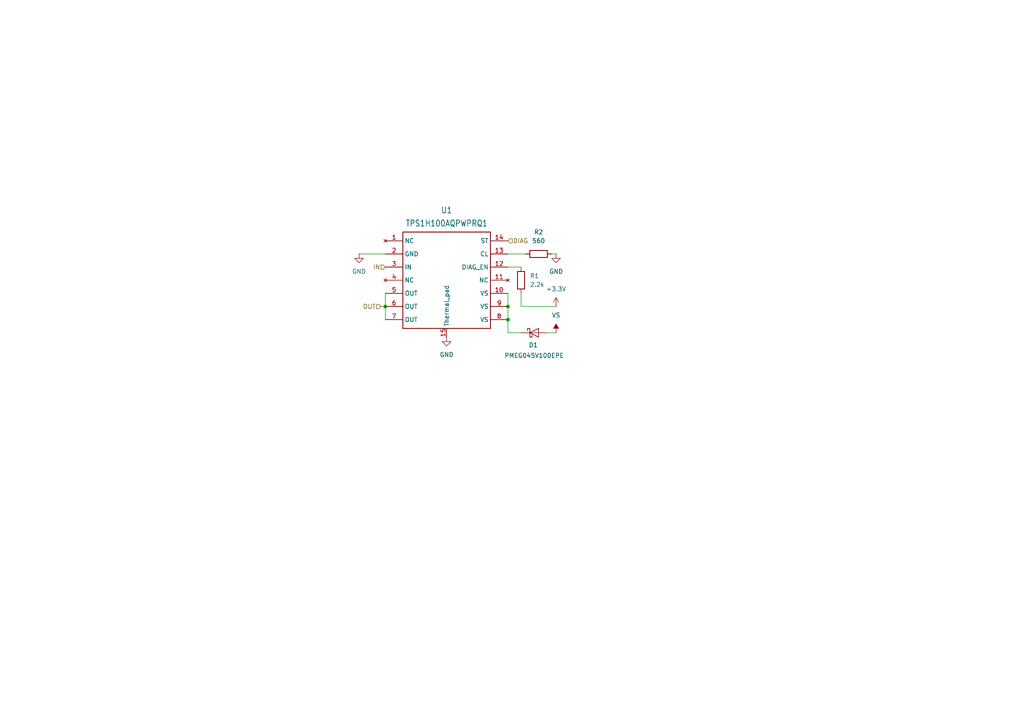
<source format=kicad_sch>
(kicad_sch (version 20231120) (generator "eeschema") (generator_version "8.0")
  (paper "A4")
  (lib_symbols
    (symbol "Device:R" (pin_numbers hide) (pin_names (offset 0))
      (property "Reference" "R" (at 2.032 0 90))
      (property "Value" "R" (at 0 0 90))
      (symbol "R_0_1"
        (rectangle (start -1.016 -2.54) (end 1.016 2.54) (stroke (width 0.254)))
      )
      (symbol "R_1_1"
        (pin passive line (at 0 3.81 270) (length 1.27) (name "~") (number "1"))
        (pin passive line (at 0 -3.81 90) (length 1.27) (name "~") (number "2"))
      )
    )
    (symbol "Diode:PMEG045T100EPD" (pin_numbers hide) (pin_names hide)
      (property "Reference" "D" (at 0 2.54 0))
      (property "Value" "PMEG045T100EPD" (at 0 -2.54 0))
      (symbol "PMEG045T100EPD_0_1"
        (polyline (pts (xy 1.27 0) (xy -1.27 0)))
        (polyline (pts (xy 1.27 1.27) (xy 1.27 -1.27) (xy -1.27 0) (xy 1.27 1.27)) (stroke (width 0.2032)))
        (polyline (pts (xy -1.905 0.635) (xy -1.905 1.27) (xy -1.27 1.27) (xy -1.27 -1.27) (xy -0.635 -1.27) (xy -0.635 -0.635)) (stroke (width 0.2032)))
      )
      (symbol "PMEG045T100EPD_1_1"
        (pin passive line (at 3.81 0 180) (length 2.54) (name "A") (number "1"))
        (pin passive line (at 3.81 0 180) (length 2.54) hide (name "A") (number "2"))
        (pin passive line (at -3.81 0 0) (length 2.54) (name "K") (number "3"))
      )
    )
    (symbol "ESP32-PDM:TPS1H100AQPWPRQ1"
      (property "Reference" "U" (at -12.192 24.13 0))
      (property "Value" "TPS1H100AQPWPRQ1" (at -12.446 -8.128 0))
      (symbol "TPS1H100AQPWPRQ1_1_0"
        (polyline (pts (xy -12.7 -5.08) (xy -12.7 22.86)) (stroke (width 0.254)))
        (polyline (pts (xy -12.7 22.86) (xy 12.7 22.86)) (stroke (width 0.254)))
        (polyline (pts (xy 12.7 -5.08) (xy -12.7 -5.08)) (stroke (width 0.254)))
        (polyline (pts (xy 12.7 22.86) (xy 12.7 -5.08)) (stroke (width 0.254)))
        (pin power_in line (at 17.78 5.08 180) (length 5.08) (name "VS") (number "10"))
        (pin no_connect line (at 17.78 8.89 180) (length 5.08) (name "NC") (number "11"))
        (pin input line (at 17.78 12.7 180) (length 5.08) (name "DIAG_EN") (number "12"))
        (pin input line (at 17.78 16.51 180) (length 5.08) (name "CL") (number "13"))
        (pin input line (at 17.78 20.32 180) (length 5.08) (name "ST") (number "14"))
        (pin input line (at -17.78 12.7 0) (length 5.08) (name "IN") (number "3"))
        (pin power_out line (at -17.78 5.08 0) (length 5.08) (name "OUT") (number "5"))
        (pin power_out line (at -17.78 1.27 0) (length 5.08) (name "OUT") (number "6"))
        (pin power_out line (at -17.78 -2.54 0) (length 5.08) (name "OUT") (number "7"))
        (pin power_in line (at 17.78 -2.54 180) (length 5.08) (name "VS") (number "8"))
        (pin power_in line (at 17.78 1.27 180) (length 5.08) (name "VS") (number "9"))
      )
      (symbol "TPS1H100AQPWPRQ1_1_1"
        (pin no_connect line (at -17.78 20.32 0) (length 5.08) (name "NC") (number "1"))
        (pin passive line (at 0 -7.62 90) (length 2.54) (name "Thermal_pad") (number "15"))
        (pin power_in line (at -17.78 16.51 0) (length 5.08) (name "GND") (number "2"))
        (pin no_connect line (at -17.78 8.89 0) (length 5.08) (name "NC") (number "4"))
      )
    )
    (symbol "power:+3.3V" (power) (pin_numbers hide) (pin_names (offset 0) hide)
      (property "Value" "+3.3V" (at 0 3.556 0))
      (symbol "+3.3V_0_1"
        (polyline (pts (xy -0.762 1.27) (xy 0 2.54)))
        (polyline (pts (xy 0 0) (xy 0 2.54)))
        (polyline (pts (xy 0 2.54) (xy 0.762 1.27)))
      )
      (symbol "+3.3V_1_1"
        (pin power_in line (at 0 0 90) (length 0) (name "~") (number "1"))
      )
    )
    (symbol "power:GND" (power) (pin_numbers hide) (pin_names (offset 0) hide)
      (property "Value" "GND" (at 0 -3.81 0))
      (symbol "GND_0_1"
        (polyline (pts (xy 0 0) (xy 0 -1.27) (xy 1.27 -1.27) (xy 0 -2.54) (xy -1.27 -1.27) (xy 0 -1.27)))
      )
      (symbol "GND_1_1"
        (pin power_in line (at 0 0 270) (length 0) (name "~") (number "1"))
      )
    )
    (symbol "power:VS" (power) (pin_numbers hide) (pin_names (offset 0) hide)
      (property "Value" "VS" (at 0 3.556 0))
      (symbol "VS_0_1"
        (polyline (pts (xy 0 0) (xy 0 2.54)))
        (polyline (pts (xy 0.762 1.27) (xy -0.762 1.27) (xy 0 2.54) (xy 0.762 1.27)) (fill (type outline)))
      )
      (symbol "VS_1_1"
        (pin power_in line (at 0 0 90) (length 0) (name "~") (number "1"))
      )
    )
  )
  (junction (at 147.32 92.71))
  (junction (at 111.76 88.9))
  (junction (at 147.32 88.9))
  (wire (pts (xy 151.13 85.09) (xy 151.13 88.9)))
  (wire (pts (xy 147.32 85.09) (xy 147.32 88.9)))
  (wire (pts (xy 111.76 88.9) (xy 111.76 92.71)))
  (wire (pts (xy 147.32 73.66) (xy 152.4 73.66)))
  (wire (pts (xy 151.13 96.52) (xy 147.32 96.52)))
  (wire (pts (xy 147.32 77.47) (xy 151.13 77.47)))
  (wire (pts (xy 147.32 96.52) (xy 147.32 92.71)))
  (wire (pts (xy 151.13 88.9) (xy 161.29 88.9)))
  (wire (pts (xy 158.75 96.52) (xy 161.29 96.52)))
  (wire (pts (xy 110.49 88.9) (xy 111.76 88.9)))
  (wire (pts (xy 111.76 85.09) (xy 111.76 88.9)))
  (wire (pts (xy 104.14 73.66) (xy 111.76 73.66)))
  (wire (pts (xy 161.29 73.66) (xy 160.02 73.66)))
  (wire (pts (xy 147.32 92.71) (xy 147.32 88.9)))
  (hierarchical_label "OUT" (shape input) (at 110.49 88.9 180))
  (hierarchical_label "DIAG" (shape input) (at 147.32 69.85 0))
  (hierarchical_label "IN" (shape input) (at 111.76 77.47 180))
  (symbol (lib_id "power:GND") (at 104.14 73.66 0) (unit 1)
    (property "Reference" "#PWR025" (effects (hide yes)))
    (property "Value" "GND" (at 104.14 78.74 0))
    (property "Description" "Power symbol creates a global label with name \"GND\" , ground" (effects (hide yes)))
    (instances (project "ESP32-PDM" (path "" (reference "#PWR025") (unit 1)) (path "" (reference "#PWR06") (unit 1)) (path "" (reference "#PWR018") (unit 1)) (path "" (reference "#PWR012") (unit 1))))
  )
  (symbol (lib_id "Device:R") (at 151.13 81.28 0) (unit 1)
    (property "Reference" "R1" (at 153.67 80.0099 0) (effects (justify left)))
    (property "Value" "2.2k" (at 153.67 82.5499 0) (effects (justify left)))
    (property "Footprint" "Resistor_SMD:R_0402_1005Metric" (effects (hide yes)))
    (property "Description" "Resistor" (effects (hide yes)))
    (instances (project "ESP32-PDM" (path "" (reference "R1") (unit 1)) (path "" (reference "R3") (unit 1)) (path "" (reference "R7") (unit 1)) (path "" (reference "R5") (unit 1))))
  )
  (symbol (lib_id "power:GND") (at 129.54 97.79 0) (unit 1)
    (property "Reference" "#PWR026" (effects (hide yes)))
    (property "Value" "GND" (at 129.54 102.87 0))
    (property "Description" "Power symbol creates a global label with name \"GND\" , ground" (effects (hide yes)))
    (instances (project "ESP32-PDM" (path "" (reference "#PWR026") (unit 1)) (path "" (reference "#PWR07") (unit 1)) (path "" (reference "#PWR020") (unit 1)) (path "" (reference "#PWR014") (unit 1))))
  )
  (symbol (lib_id "Device:R") (at 156.21 73.66 90) (unit 1)
    (property "Reference" "R2" (at 156.21 67.31 90))
    (property "Value" "560" (at 156.21 69.85 90))
    (property "Footprint" "Resistor_SMD:R_0402_1005Metric" (effects (hide yes)))
    (property "Description" "Resistor" (effects (hide yes)))
    (instances (project "ESP32-PDM" (path "" (reference "R2") (unit 1)) (path "" (reference "R4") (unit 1)) (path "" (reference "R8") (unit 1)) (path "" (reference "R6") (unit 1))))
  )
  (symbol (lib_id "ESP32-PDM:TPS1H100AQPWPRQ1") (at 129.54 90.17 0) (unit 1)
    (property "Reference" "U1" (at 129.54 60.96 0) (effects (font (size 1.778 1.5113))))
    (property "Value" "TPS1H100AQPWPRQ1" (at 129.54 64.77 0) (effects (font (size 1.778 1.5113))))
    (property "Footprint" "ESP32-PDM:IC_TPS27S100BPWPR" (effects (hide yes)))
    (property "Datasheet" "https://www.ti.com/lit/ds/symlink/tps1h100-q1.pdf" (effects (hide yes)))
    (instances (project "ESP32-PDM" (path "" (reference "U1") (unit 1)) (path "" (reference "U2") (unit 1)) (path "" (reference "U4") (unit 1)) (path "" (reference "U3") (unit 1))))
  )
  (symbol (lib_id "power:VS") (at 161.29 96.52 0) (unit 1)
    (property "Reference" "#PWR029" (effects (hide yes)))
    (property "Value" "VS" (at 161.29 91.44 0))
    (property "Description" "Power symbol creates a global label with name \"VS\"" (effects (hide yes)))
    (instances (project "ESP32-PDM" (path "" (reference "#PWR029") (unit 1)) (path "" (reference "#PWR011") (unit 1)) (path "" (reference "#PWR023") (unit 1)) (path "" (reference "#PWR017") (unit 1))))
  )
  (symbol (lib_id "power:+3.3V") (at 161.29 88.9 0) (mirror y) (unit 1)
    (property "Reference" "#PWR028" (effects (hide yes)))
    (property "Value" "+3.3V" (at 161.29 83.82 0))
    (property "Description" "Power symbol creates a global label with name \"+3.3V\"" (effects (hide yes)))
    (instances (project "ESP32-PDM" (path "" (reference "#PWR028") (unit 1)) (path "" (reference "#PWR010") (unit 1)) (path "" (reference "#PWR022") (unit 1)) (path "" (reference "#PWR016") (unit 1))))
  )
  (symbol (lib_id "power:GND") (at 161.29 73.66 0) (unit 1)
    (property "Reference" "#PWR027" (effects (hide yes)))
    (property "Value" "GND" (at 161.29 78.74 0))
    (property "Description" "Power symbol creates a global label with name \"GND\" , ground" (effects (hide yes)))
    (instances (project "ESP32-PDM" (path "" (reference "#PWR027") (unit 1)) (path "" (reference "#PWR08") (unit 1)) (path "" (reference "#PWR021") (unit 1)) (path "" (reference "#PWR015") (unit 1))))
  )
  (symbol (lib_id "Diode:PMEG045T100EPD") (at 154.94 96.52 0) (unit 1)
    (property "Reference" "D1" (at 154.686 100.076 0))
    (property "Value" "PMEG045V100EPE" (at 154.94 103.124 0))
    (property "Footprint" "Package_TO_SOT_SMD:TO-277A" (effects (hide yes)))
    (property "Datasheet" "https://assets.nexperia.com/documents/data-sheet/PMEG045T100EPD.pdf" (effects (hide yes)))
    (property "Description" "45V, 10A low Vf Trench MEGA Schottky barrier rectifier, SOT-1289" (effects (hide yes)))
    (instances (project "ESP32-PDM" (path "" (reference "D1") (unit 1)) (path "" (reference "D2") (unit 1)) (path "" (reference "D4") (unit 1)) (path "" (reference "D3") (unit 1))))
  )
)
</source>
